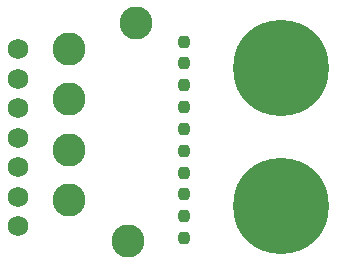
<source format=gbr>
%TF.GenerationSoftware,KiCad,Pcbnew,9.0.0*%
%TF.CreationDate,2025-08-25T22:35:37-05:00*%
%TF.ProjectId,CellSimulatorPCB,43656c6c-5369-46d7-956c-61746f725043,rev?*%
%TF.SameCoordinates,Original*%
%TF.FileFunction,Soldermask,Top*%
%TF.FilePolarity,Negative*%
%FSLAX46Y46*%
G04 Gerber Fmt 4.6, Leading zero omitted, Abs format (unit mm)*
G04 Created by KiCad (PCBNEW 9.0.0) date 2025-08-25 22:35:37*
%MOMM*%
%LPD*%
G01*
G04 APERTURE LIST*
G04 Aperture macros list*
%AMRoundRect*
0 Rectangle with rounded corners*
0 $1 Rounding radius*
0 $2 $3 $4 $5 $6 $7 $8 $9 X,Y pos of 4 corners*
0 Add a 4 corners polygon primitive as box body*
4,1,4,$2,$3,$4,$5,$6,$7,$8,$9,$2,$3,0*
0 Add four circle primitives for the rounded corners*
1,1,$1+$1,$2,$3*
1,1,$1+$1,$4,$5*
1,1,$1+$1,$6,$7*
1,1,$1+$1,$8,$9*
0 Add four rect primitives between the rounded corners*
20,1,$1+$1,$2,$3,$4,$5,0*
20,1,$1+$1,$4,$5,$6,$7,0*
20,1,$1+$1,$6,$7,$8,$9,0*
20,1,$1+$1,$8,$9,$2,$3,0*%
G04 Aperture macros list end*
%ADD10RoundRect,0.237500X-0.237500X0.250000X-0.237500X-0.250000X0.237500X-0.250000X0.237500X0.250000X0*%
%ADD11C,2.800000*%
%ADD12C,8.115000*%
%ADD13C,1.752600*%
G04 APERTURE END LIST*
D10*
%TO.C,R4*%
X100000000Y-70687500D03*
X100000000Y-72512500D03*
%TD*%
D11*
%TO.C,TP11*%
X90250000Y-64500000D03*
%TD*%
%TO.C,TP9*%
X90250000Y-73000000D03*
%TD*%
%TO.C,TP13*%
X95250000Y-76500000D03*
%TD*%
D12*
%TO.C,J2*%
X108250000Y-73500000D03*
%TD*%
D10*
%TO.C,R1*%
X100000000Y-59625000D03*
X100000000Y-61450000D03*
%TD*%
D11*
%TO.C,TP14*%
X96000000Y-58000000D03*
%TD*%
D13*
%TO.C,J11*%
X86000000Y-75250000D03*
X86000000Y-72750000D03*
X86000000Y-70250000D03*
X86000000Y-67750000D03*
X86000000Y-65250000D03*
X86000000Y-62750000D03*
X86000000Y-60250000D03*
%TD*%
D11*
%TO.C,TP12*%
X90250000Y-60250000D03*
%TD*%
D12*
%TO.C,J1*%
X108250000Y-61835000D03*
%TD*%
D10*
%TO.C,R5*%
X100000000Y-74375000D03*
X100000000Y-76200000D03*
%TD*%
D11*
%TO.C,TP10*%
X90250000Y-68750000D03*
%TD*%
D10*
%TO.C,R2*%
X100000000Y-63312500D03*
X100000000Y-65137500D03*
%TD*%
%TO.C,R3*%
X100000000Y-67000000D03*
X100000000Y-68825000D03*
%TD*%
M02*

</source>
